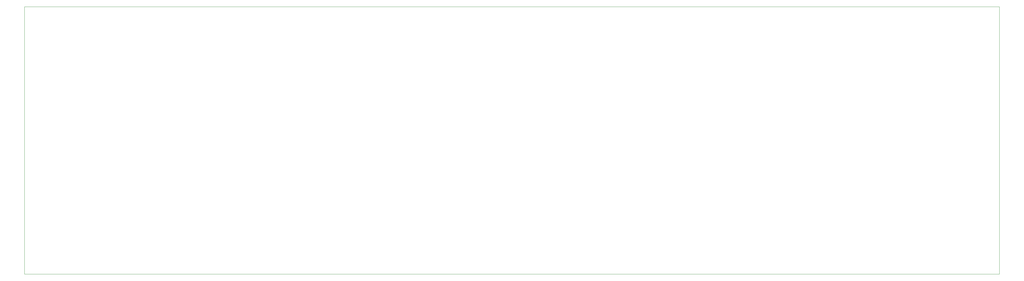
<source format=gbr>
%TF.GenerationSoftware,KiCad,Pcbnew,6.0.7-f9a2dced07~116~ubuntu20.04.1*%
%TF.CreationDate,2022-10-16T12:29:11-07:00*%
%TF.ProjectId,keyboard,6b657962-6f61-4726-942e-6b696361645f,rev?*%
%TF.SameCoordinates,Original*%
%TF.FileFunction,Profile,NP*%
%FSLAX46Y46*%
G04 Gerber Fmt 4.6, Leading zero omitted, Abs format (unit mm)*
G04 Created by KiCad (PCBNEW 6.0.7-f9a2dced07~116~ubuntu20.04.1) date 2022-10-16 12:29:11*
%MOMM*%
%LPD*%
G01*
G04 APERTURE LIST*
%TA.AperFunction,Profile*%
%ADD10C,0.100000*%
%TD*%
G04 APERTURE END LIST*
D10*
X65050000Y-100060000D02*
X372630000Y-100060000D01*
X372630000Y-100060000D02*
X372630000Y-184480000D01*
X372630000Y-184480000D02*
X65050000Y-184480000D01*
X65050000Y-184480000D02*
X65050000Y-100060000D01*
M02*

</source>
